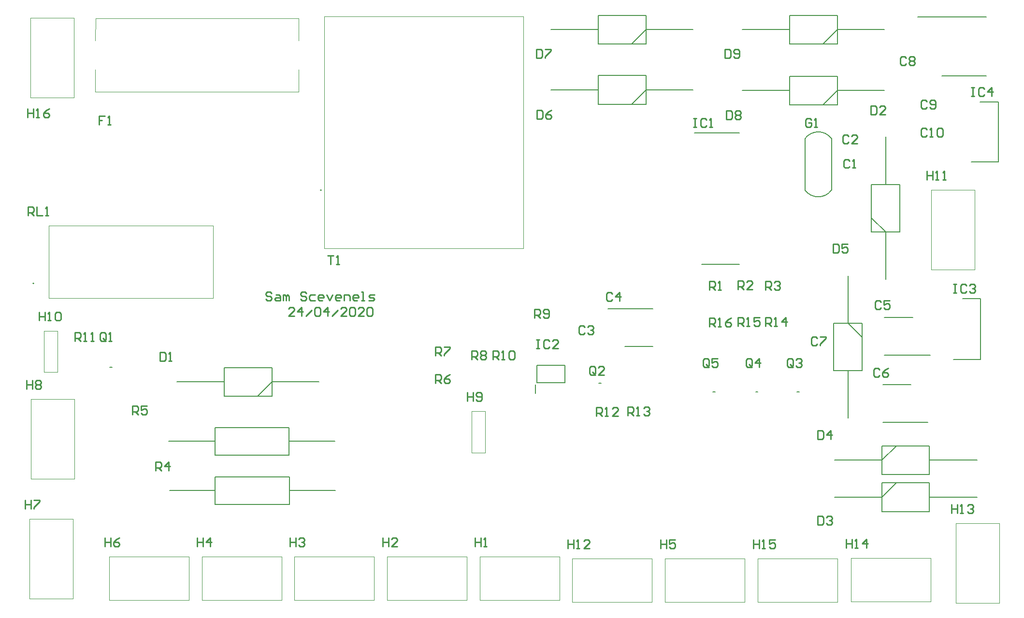
<source format=gto>
G04*
G04 #@! TF.GenerationSoftware,Altium Limited,Altium Designer,20.0.13 (296)*
G04*
G04 Layer_Color=65535*
%FSLAX23Y23*%
%MOIN*%
G70*
G01*
G75*
%ADD10C,0.008*%
%ADD11C,0.004*%
%ADD12C,0.006*%
%ADD13C,0.010*%
D10*
X2089Y2925D02*
G03*
X2089Y2933I0J4D01*
G01*
D02*
G03*
X2089Y2925I0J-4D01*
G01*
X5428Y2929D02*
G03*
X5612Y2929I92J67D01*
G01*
X5612Y3283D02*
G03*
X5428Y3283I-92J-66D01*
G01*
X101Y2285D02*
G03*
X109Y2285I4J0D01*
G01*
D02*
G03*
X101Y2285I-4J0D01*
G01*
X6374Y3717D02*
X6678D01*
X6207Y4123D02*
X6678D01*
X5323Y3516D02*
X5651D01*
X5323D02*
Y3714D01*
X5651D01*
Y3516D02*
Y3714D01*
X5552Y3516D02*
X5651Y3615D01*
X4995D02*
X5323D01*
X5655D02*
X5976D01*
X5324Y3936D02*
X5652D01*
X5324D02*
Y4134D01*
X5652D01*
Y3936D02*
Y4134D01*
X5553Y3936D02*
X5652Y4035D01*
X4996D02*
X5324D01*
X5656D02*
X5977D01*
X4003Y3936D02*
X4331D01*
X4003D02*
Y4134D01*
X4331D01*
Y3936D02*
Y4134D01*
X4232Y3936D02*
X4331Y4035D01*
X3675D02*
X4003D01*
X4335D02*
X4656D01*
X4004Y3521D02*
X4332D01*
X4004D02*
Y3719D01*
X4332D01*
Y3521D02*
Y3719D01*
X4233Y3521D02*
X4332Y3620D01*
X3676D02*
X4004D01*
X4336D02*
X4657D01*
X4666Y3323D02*
X4975D01*
X4715Y2417D02*
X4975D01*
X6576Y3123D02*
X6761D01*
Y3537D01*
X6635D02*
X6761D01*
X6454Y1760D02*
X6639D01*
Y2180D01*
X6515D02*
X6639D01*
X5612Y2929D02*
Y3283D01*
X5428Y2929D02*
Y3283D01*
X5977Y2050D02*
X6172D01*
X5977Y1790D02*
X6292D01*
X4069Y2110D02*
X4380D01*
X4185Y1850D02*
X4380D01*
X5965Y1325D02*
X6276D01*
X5965Y1585D02*
X6160D01*
X1045Y855D02*
X1360D01*
X1872D02*
X2190D01*
X1872Y761D02*
Y949D01*
X1360D02*
X1872D01*
X1360Y761D02*
Y949D01*
Y761D02*
X1872D01*
X1358Y1289D02*
X1870D01*
Y1101D02*
Y1289D01*
X1358Y1101D02*
X1870D01*
X1358D02*
Y1289D01*
X1040Y1195D02*
X1358D01*
X1870D02*
X2185D01*
X3579Y1600D02*
Y1720D01*
X3771D01*
Y1600D02*
Y1720D01*
X3579Y1600D02*
X3771D01*
X3570Y1525D02*
Y1585D01*
X1755Y1605D02*
X2076D01*
X1095D02*
X1423D01*
X1652Y1506D02*
X1751Y1605D01*
Y1506D02*
Y1704D01*
X1423D02*
X1751D01*
X1423Y1506D02*
Y1704D01*
Y1506D02*
X1751D01*
X5985Y2314D02*
Y2635D01*
Y2967D02*
Y3295D01*
X5886Y2738D02*
X5985Y2639D01*
X5886D02*
X6084D01*
Y2967D01*
X5886D02*
X6084D01*
X5886Y2639D02*
Y2967D01*
X5634Y810D02*
X5955D01*
X6287D02*
X6615D01*
X5959D02*
X6058Y909D01*
X5959Y711D02*
Y909D01*
Y711D02*
X6287D01*
Y909D01*
X5959D02*
X6287D01*
X5634Y1065D02*
X5955D01*
X6287D02*
X6615D01*
X5959D02*
X6058Y1164D01*
X5959Y966D02*
Y1164D01*
Y966D02*
X6287D01*
Y1164D01*
X5959D02*
X6287D01*
X5725Y2015D02*
Y2336D01*
Y1355D02*
Y1683D01*
Y2011D02*
X5824Y1912D01*
X5626Y2011D02*
X5824D01*
X5626Y1683D02*
Y2011D01*
Y1683D02*
X5824D01*
Y2011D01*
D11*
X2111Y2528D02*
Y4126D01*
X3485D01*
Y2528D02*
Y4126D01*
X2111Y2528D02*
X3485D01*
X1935Y3608D02*
X1936Y3760D01*
X534Y3608D02*
X1935D01*
X534D02*
Y3760D01*
X1935Y4112D02*
X1936Y3960D01*
X535Y4112D02*
X1935D01*
X534Y3960D02*
X535Y4112D01*
X85Y3565D02*
Y4115D01*
X385D01*
Y3565D02*
Y4115D01*
X85Y3565D02*
X385D01*
X3129Y1118D02*
Y1402D01*
X3221D01*
Y1118D02*
Y1402D01*
X3129Y1118D02*
X3221D01*
X179Y1673D02*
Y1957D01*
X271D01*
Y1673D02*
Y1957D01*
X179Y1673D02*
X271D01*
X3735Y100D02*
Y400D01*
X3185D02*
X3735D01*
X3185Y100D02*
Y400D01*
Y100D02*
X3735D01*
X3096D02*
Y400D01*
X2546D02*
X3096D01*
X2546Y100D02*
Y400D01*
Y100D02*
X3096D01*
X2457D02*
Y400D01*
X1907D02*
X2457D01*
X1907Y100D02*
Y400D01*
Y100D02*
X2457D01*
X1818D02*
Y400D01*
X1268D02*
X1818D01*
X1268Y100D02*
Y400D01*
Y100D02*
X1818D01*
X4463Y87D02*
Y387D01*
Y87D02*
X5013D01*
Y387D01*
X4463D02*
X5013D01*
X1179Y100D02*
Y400D01*
X629D02*
X1179D01*
X629Y100D02*
Y400D01*
Y100D02*
X1179D01*
X80Y110D02*
X380D01*
Y660D01*
X80D02*
X380D01*
X80Y110D02*
Y660D01*
X90Y1485D02*
X390D01*
X90Y935D02*
Y1485D01*
Y935D02*
X390D01*
Y1485D01*
X6300Y2380D02*
X6600D01*
Y2930D01*
X6300D02*
X6600D01*
X6300Y2380D02*
Y2930D01*
X4374Y87D02*
Y387D01*
X3824D02*
X4374D01*
X3824Y87D02*
Y387D01*
Y87D02*
X4374D01*
X6470Y630D02*
X6770D01*
X6470Y80D02*
Y630D01*
Y80D02*
X6770D01*
Y630D01*
X5745Y90D02*
Y390D01*
Y90D02*
X6295D01*
Y390D01*
X5745D02*
X6295D01*
X5102Y87D02*
Y387D01*
Y87D02*
X5652D01*
Y387D01*
X5102D02*
X5652D01*
X211Y2183D02*
Y2683D01*
Y2183D02*
X1345D01*
Y2683D01*
X211D02*
X1345D01*
D12*
X4007Y1597D02*
X4022D01*
X633Y1708D02*
X648D01*
X5373Y1538D02*
X5388D01*
X5088D02*
X5103D01*
X4793D02*
X4808D01*
D13*
X1905Y2060D02*
X1865D01*
X1905Y2100D01*
Y2110D01*
X1895Y2120D01*
X1875D01*
X1865Y2110D01*
X1955Y2060D02*
Y2120D01*
X1925Y2090D01*
X1965D01*
X1985Y2060D02*
X2025Y2100D01*
X2045Y2110D02*
X2055Y2120D01*
X2075D01*
X2085Y2110D01*
Y2070D01*
X2075Y2060D01*
X2055D01*
X2045Y2070D01*
Y2110D01*
X2135Y2060D02*
Y2120D01*
X2105Y2090D01*
X2145D01*
X2165Y2060D02*
X2205Y2100D01*
X2265Y2060D02*
X2225D01*
X2265Y2100D01*
Y2110D01*
X2255Y2120D01*
X2235D01*
X2225Y2110D01*
X2285D02*
X2295Y2120D01*
X2315D01*
X2325Y2110D01*
Y2070D01*
X2315Y2060D01*
X2295D01*
X2285Y2070D01*
Y2110D01*
X2385Y2060D02*
X2345D01*
X2385Y2100D01*
Y2110D01*
X2375Y2120D01*
X2355D01*
X2345Y2110D01*
X2405D02*
X2415Y2120D01*
X2435D01*
X2445Y2110D01*
Y2070D01*
X2435Y2060D01*
X2415D01*
X2405Y2070D01*
Y2110D01*
X1750Y2215D02*
X1740Y2225D01*
X1720D01*
X1710Y2215D01*
Y2205D01*
X1720Y2195D01*
X1740D01*
X1750Y2185D01*
Y2175D01*
X1740Y2165D01*
X1720D01*
X1710Y2175D01*
X1780Y2205D02*
X1800D01*
X1810Y2195D01*
Y2165D01*
X1780D01*
X1770Y2175D01*
X1780Y2185D01*
X1810D01*
X1830Y2165D02*
Y2205D01*
X1840D01*
X1850Y2195D01*
Y2165D01*
Y2195D01*
X1860Y2205D01*
X1870Y2195D01*
Y2165D01*
X1990Y2215D02*
X1980Y2225D01*
X1960D01*
X1950Y2215D01*
Y2205D01*
X1960Y2195D01*
X1980D01*
X1990Y2185D01*
Y2175D01*
X1980Y2165D01*
X1960D01*
X1950Y2175D01*
X2050Y2205D02*
X2020D01*
X2010Y2195D01*
Y2175D01*
X2020Y2165D01*
X2050D01*
X2100D02*
X2080D01*
X2070Y2175D01*
Y2195D01*
X2080Y2205D01*
X2100D01*
X2110Y2195D01*
Y2185D01*
X2070D01*
X2130Y2205D02*
X2150Y2165D01*
X2170Y2205D01*
X2220Y2165D02*
X2200D01*
X2190Y2175D01*
Y2195D01*
X2200Y2205D01*
X2220D01*
X2230Y2195D01*
Y2185D01*
X2190D01*
X2250Y2165D02*
Y2205D01*
X2280D01*
X2290Y2195D01*
Y2165D01*
X2340D02*
X2320D01*
X2310Y2175D01*
Y2195D01*
X2320Y2205D01*
X2340D01*
X2350Y2195D01*
Y2185D01*
X2310D01*
X2370Y2165D02*
X2390D01*
X2380D01*
Y2225D01*
X2370D01*
X2420Y2165D02*
X2450D01*
X2460Y2175D01*
X2450Y2185D01*
X2430D01*
X2420Y2195D01*
X2430Y2205D01*
X2460D01*
X2135Y2475D02*
X2175D01*
X2155D01*
Y2415D01*
X2195D02*
X2215D01*
X2205D01*
Y2475D01*
X2195Y2465D01*
X69Y2754D02*
Y2814D01*
X99D01*
X109Y2804D01*
Y2784D01*
X99Y2774D01*
X69D01*
X89D02*
X109Y2754D01*
X129Y2814D02*
Y2754D01*
X169D01*
X189D02*
X209D01*
X199D01*
Y2814D01*
X189Y2804D01*
X4770Y1988D02*
Y2048D01*
X4800D01*
X4810Y2038D01*
Y2018D01*
X4800Y2008D01*
X4770D01*
X4790D02*
X4810Y1988D01*
X4830D02*
X4850D01*
X4840D01*
Y2048D01*
X4830Y2038D01*
X4920Y2048D02*
X4900Y2038D01*
X4880Y2018D01*
Y1998D01*
X4890Y1988D01*
X4910D01*
X4920Y1998D01*
Y2008D01*
X4910Y2018D01*
X4880D01*
X4965Y1990D02*
Y2050D01*
X4995D01*
X5005Y2040D01*
Y2020D01*
X4995Y2010D01*
X4965D01*
X4985D02*
X5005Y1990D01*
X5025D02*
X5045D01*
X5035D01*
Y2050D01*
X5025Y2040D01*
X5115Y2050D02*
X5075D01*
Y2020D01*
X5095Y2030D01*
X5105D01*
X5115Y2020D01*
Y2000D01*
X5105Y1990D01*
X5085D01*
X5075Y2000D01*
X5155Y1991D02*
Y2051D01*
X5185D01*
X5195Y2041D01*
Y2021D01*
X5185Y2011D01*
X5155D01*
X5175D02*
X5195Y1991D01*
X5215D02*
X5235D01*
X5225D01*
Y2051D01*
X5215Y2041D01*
X5295Y1991D02*
Y2051D01*
X5265Y2021D01*
X5305D01*
X4205Y1373D02*
Y1433D01*
X4235D01*
X4245Y1423D01*
Y1403D01*
X4235Y1393D01*
X4205D01*
X4225D02*
X4245Y1373D01*
X4265D02*
X4285D01*
X4275D01*
Y1433D01*
X4265Y1423D01*
X4315D02*
X4325Y1433D01*
X4345D01*
X4355Y1423D01*
Y1413D01*
X4345Y1403D01*
X4335D01*
X4345D01*
X4355Y1393D01*
Y1383D01*
X4345Y1373D01*
X4325D01*
X4315Y1383D01*
X3990Y1371D02*
Y1431D01*
X4020D01*
X4030Y1421D01*
Y1401D01*
X4020Y1391D01*
X3990D01*
X4010D02*
X4030Y1371D01*
X4050D02*
X4070D01*
X4060D01*
Y1431D01*
X4050Y1421D01*
X4140Y1371D02*
X4100D01*
X4140Y1411D01*
Y1421D01*
X4130Y1431D01*
X4110D01*
X4100Y1421D01*
X392Y1885D02*
Y1945D01*
X422D01*
X432Y1935D01*
Y1915D01*
X422Y1905D01*
X392D01*
X412D02*
X432Y1885D01*
X452D02*
X472D01*
X462D01*
Y1945D01*
X452Y1935D01*
X502Y1885D02*
X522D01*
X512D01*
Y1945D01*
X502Y1935D01*
X3275Y1760D02*
Y1820D01*
X3305D01*
X3315Y1810D01*
Y1790D01*
X3305Y1780D01*
X3275D01*
X3295D02*
X3315Y1760D01*
X3335D02*
X3355D01*
X3345D01*
Y1820D01*
X3335Y1810D01*
X3385D02*
X3395Y1820D01*
X3415D01*
X3425Y1810D01*
Y1770D01*
X3415Y1760D01*
X3395D01*
X3385Y1770D01*
Y1810D01*
X3562Y2045D02*
Y2105D01*
X3592D01*
X3602Y2095D01*
Y2075D01*
X3592Y2065D01*
X3562D01*
X3582D02*
X3602Y2045D01*
X3622Y2055D02*
X3632Y2045D01*
X3652D01*
X3662Y2055D01*
Y2095D01*
X3652Y2105D01*
X3632D01*
X3622Y2095D01*
Y2085D01*
X3632Y2075D01*
X3662D01*
X3130Y1760D02*
Y1820D01*
X3160D01*
X3170Y1810D01*
Y1790D01*
X3160Y1780D01*
X3130D01*
X3150D02*
X3170Y1760D01*
X3190Y1810D02*
X3200Y1820D01*
X3220D01*
X3230Y1810D01*
Y1800D01*
X3220Y1790D01*
X3230Y1780D01*
Y1770D01*
X3220Y1760D01*
X3200D01*
X3190Y1770D01*
Y1780D01*
X3200Y1790D01*
X3190Y1800D01*
Y1810D01*
X3200Y1790D02*
X3220D01*
X2880Y1785D02*
Y1845D01*
X2910D01*
X2920Y1835D01*
Y1815D01*
X2910Y1805D01*
X2880D01*
X2900D02*
X2920Y1785D01*
X2940Y1845D02*
X2980D01*
Y1835D01*
X2940Y1795D01*
Y1785D01*
X2880Y1595D02*
Y1655D01*
X2910D01*
X2920Y1645D01*
Y1625D01*
X2910Y1615D01*
X2880D01*
X2900D02*
X2920Y1595D01*
X2980Y1655D02*
X2960Y1645D01*
X2940Y1625D01*
Y1605D01*
X2950Y1595D01*
X2970D01*
X2980Y1605D01*
Y1615D01*
X2970Y1625D01*
X2940D01*
X788Y1380D02*
Y1440D01*
X818D01*
X828Y1430D01*
Y1410D01*
X818Y1400D01*
X788D01*
X808D02*
X828Y1380D01*
X888Y1440D02*
X848D01*
Y1410D01*
X868Y1420D01*
X878D01*
X888Y1410D01*
Y1390D01*
X878Y1380D01*
X858D01*
X848Y1390D01*
X950Y994D02*
Y1054D01*
X980D01*
X990Y1044D01*
Y1024D01*
X980Y1014D01*
X950D01*
X970D02*
X990Y994D01*
X1040D02*
Y1054D01*
X1010Y1024D01*
X1050D01*
X5155Y2240D02*
Y2300D01*
X5185D01*
X5195Y2290D01*
Y2270D01*
X5185Y2260D01*
X5155D01*
X5175D02*
X5195Y2240D01*
X5215Y2290D02*
X5225Y2300D01*
X5245D01*
X5255Y2290D01*
Y2280D01*
X5245Y2270D01*
X5235D01*
X5245D01*
X5255Y2260D01*
Y2250D01*
X5245Y2240D01*
X5225D01*
X5215Y2250D01*
X4965Y2243D02*
Y2303D01*
X4995D01*
X5005Y2293D01*
Y2273D01*
X4995Y2263D01*
X4965D01*
X4985D02*
X5005Y2243D01*
X5065D02*
X5025D01*
X5065Y2283D01*
Y2293D01*
X5055Y2303D01*
X5035D01*
X5025Y2293D01*
X4770Y2240D02*
Y2300D01*
X4800D01*
X4810Y2290D01*
Y2270D01*
X4800Y2260D01*
X4770D01*
X4790D02*
X4810Y2240D01*
X4830D02*
X4850D01*
X4840D01*
Y2300D01*
X4830Y2290D01*
X4767Y1718D02*
Y1758D01*
X4757Y1768D01*
X4737D01*
X4727Y1758D01*
Y1718D01*
X4737Y1708D01*
X4757D01*
X4747Y1728D02*
X4767Y1708D01*
X4757D02*
X4767Y1718D01*
X4827Y1768D02*
X4787D01*
Y1738D01*
X4807Y1748D01*
X4817D01*
X4827Y1738D01*
Y1718D01*
X4817Y1708D01*
X4797D01*
X4787Y1718D01*
X5062D02*
Y1758D01*
X5052Y1768D01*
X5032D01*
X5022Y1758D01*
Y1718D01*
X5032Y1708D01*
X5052D01*
X5042Y1728D02*
X5062Y1708D01*
X5052D02*
X5062Y1718D01*
X5112Y1708D02*
Y1768D01*
X5082Y1738D01*
X5122D01*
X5347Y1718D02*
Y1758D01*
X5337Y1768D01*
X5317D01*
X5307Y1758D01*
Y1718D01*
X5317Y1708D01*
X5337D01*
X5327Y1728D02*
X5347Y1708D01*
X5337D02*
X5347Y1718D01*
X5367Y1758D02*
X5377Y1768D01*
X5397D01*
X5407Y1758D01*
Y1748D01*
X5397Y1738D01*
X5387D01*
X5397D01*
X5407Y1728D01*
Y1718D01*
X5397Y1708D01*
X5377D01*
X5367Y1718D01*
X3982Y1663D02*
Y1703D01*
X3972Y1713D01*
X3952D01*
X3942Y1703D01*
Y1663D01*
X3952Y1653D01*
X3972D01*
X3962Y1673D02*
X3982Y1653D01*
X3972D02*
X3982Y1663D01*
X4042Y1653D02*
X4002D01*
X4042Y1693D01*
Y1703D01*
X4032Y1713D01*
X4012D01*
X4002Y1703D01*
X605Y1895D02*
Y1935D01*
X595Y1945D01*
X575D01*
X565Y1935D01*
Y1895D01*
X575Y1885D01*
X595D01*
X585Y1905D02*
X605Y1885D01*
X595D02*
X605Y1895D01*
X625Y1885D02*
X645D01*
X635D01*
Y1945D01*
X625Y1935D01*
X6575Y3638D02*
X6595D01*
X6585D01*
Y3578D01*
X6575D01*
X6595D01*
X6665Y3628D02*
X6655Y3638D01*
X6635D01*
X6625Y3628D01*
Y3588D01*
X6635Y3578D01*
X6655D01*
X6665Y3588D01*
X6715Y3578D02*
Y3638D01*
X6685Y3608D01*
X6725D01*
X6453Y2281D02*
X6473D01*
X6463D01*
Y2221D01*
X6453D01*
X6473D01*
X6543Y2271D02*
X6533Y2281D01*
X6513D01*
X6503Y2271D01*
Y2231D01*
X6513Y2221D01*
X6533D01*
X6543Y2231D01*
X6563Y2271D02*
X6573Y2281D01*
X6593D01*
X6603Y2271D01*
Y2261D01*
X6593Y2251D01*
X6583D01*
X6593D01*
X6603Y2241D01*
Y2231D01*
X6593Y2221D01*
X6573D01*
X6563Y2231D01*
X3576Y1898D02*
X3596D01*
X3586D01*
Y1838D01*
X3576D01*
X3596D01*
X3666Y1888D02*
X3656Y1898D01*
X3636D01*
X3626Y1888D01*
Y1848D01*
X3636Y1838D01*
X3656D01*
X3666Y1848D01*
X3726Y1838D02*
X3686D01*
X3726Y1878D01*
Y1888D01*
X3716Y1898D01*
X3696D01*
X3686Y1888D01*
X4659Y3423D02*
X4678D01*
X4668D01*
Y3364D01*
X4659D01*
X4678D01*
X4748Y3413D02*
X4738Y3423D01*
X4718D01*
X4708Y3413D01*
Y3373D01*
X4718Y3364D01*
X4738D01*
X4748Y3373D01*
X4768Y3364D02*
X4788D01*
X4778D01*
Y3423D01*
X4768Y3413D01*
X65Y3490D02*
Y3430D01*
Y3460D01*
X105D01*
Y3490D01*
Y3430D01*
X125D02*
X145D01*
X135D01*
Y3490D01*
X125Y3480D01*
X215Y3490D02*
X195Y3480D01*
X175Y3460D01*
Y3440D01*
X185Y3430D01*
X205D01*
X215Y3440D01*
Y3450D01*
X205Y3460D01*
X175D01*
X5071Y518D02*
Y458D01*
Y488D01*
X5111D01*
Y518D01*
Y458D01*
X5131D02*
X5151D01*
X5141D01*
Y518D01*
X5131Y508D01*
X5221Y518D02*
X5181D01*
Y488D01*
X5201Y498D01*
X5211D01*
X5221Y488D01*
Y468D01*
X5211Y458D01*
X5191D01*
X5181Y468D01*
X5714Y521D02*
Y461D01*
Y491D01*
X5754D01*
Y521D01*
Y461D01*
X5774D02*
X5794D01*
X5784D01*
Y521D01*
X5774Y511D01*
X5854Y461D02*
Y521D01*
X5824Y491D01*
X5864D01*
X6439Y761D02*
Y701D01*
Y731D01*
X6479D01*
Y761D01*
Y701D01*
X6499D02*
X6519D01*
X6509D01*
Y761D01*
X6499Y751D01*
X6549D02*
X6559Y761D01*
X6579D01*
X6589Y751D01*
Y741D01*
X6579Y731D01*
X6569D01*
X6579D01*
X6589Y721D01*
Y711D01*
X6579Y701D01*
X6559D01*
X6549Y711D01*
X3793Y518D02*
Y458D01*
Y488D01*
X3833D01*
Y518D01*
Y458D01*
X3853D02*
X3873D01*
X3863D01*
Y518D01*
X3853Y508D01*
X3943Y458D02*
X3903D01*
X3943Y498D01*
Y508D01*
X3933Y518D01*
X3913D01*
X3903Y508D01*
X6268Y3061D02*
Y3001D01*
Y3031D01*
X6308D01*
Y3061D01*
Y3001D01*
X6328D02*
X6348D01*
X6338D01*
Y3061D01*
X6328Y3051D01*
X6378Y3001D02*
X6398D01*
X6388D01*
Y3061D01*
X6378Y3051D01*
X147Y2088D02*
Y2029D01*
Y2058D01*
X187D01*
Y2088D01*
Y2029D01*
X207D02*
X227D01*
X217D01*
Y2088D01*
X207Y2078D01*
X257D02*
X267Y2088D01*
X287D01*
X297Y2078D01*
Y2038D01*
X287Y2029D01*
X267D01*
X257Y2038D01*
Y2078D01*
X3098Y1533D02*
Y1473D01*
Y1503D01*
X3138D01*
Y1533D01*
Y1473D01*
X3158Y1483D02*
X3168Y1473D01*
X3188D01*
X3198Y1483D01*
Y1523D01*
X3188Y1533D01*
X3168D01*
X3158Y1523D01*
Y1513D01*
X3168Y1503D01*
X3198D01*
X59Y1616D02*
Y1556D01*
Y1586D01*
X99D01*
Y1616D01*
Y1556D01*
X119Y1606D02*
X129Y1616D01*
X149D01*
X159Y1606D01*
Y1596D01*
X149Y1586D01*
X159Y1576D01*
Y1566D01*
X149Y1556D01*
X129D01*
X119Y1566D01*
Y1576D01*
X129Y1586D01*
X119Y1596D01*
Y1606D01*
X129Y1586D02*
X149D01*
X49Y791D02*
Y731D01*
Y761D01*
X89D01*
Y791D01*
Y731D01*
X109Y791D02*
X149D01*
Y781D01*
X109Y741D01*
Y731D01*
X598Y531D02*
Y471D01*
Y501D01*
X638D01*
Y531D01*
Y471D01*
X698Y531D02*
X678Y521D01*
X658Y501D01*
Y481D01*
X668Y471D01*
X688D01*
X698Y481D01*
Y491D01*
X688Y501D01*
X658D01*
X4432Y518D02*
Y458D01*
Y488D01*
X4472D01*
Y518D01*
Y458D01*
X4532Y518D02*
X4492D01*
Y488D01*
X4512Y498D01*
X4522D01*
X4532Y488D01*
Y468D01*
X4522Y458D01*
X4502D01*
X4492Y468D01*
X1237Y531D02*
Y471D01*
Y501D01*
X1277D01*
Y531D01*
Y471D01*
X1327D02*
Y531D01*
X1297Y501D01*
X1337D01*
X1876Y531D02*
Y471D01*
Y501D01*
X1916D01*
Y531D01*
Y471D01*
X1936Y521D02*
X1946Y531D01*
X1966D01*
X1976Y521D01*
Y511D01*
X1966Y501D01*
X1956D01*
X1966D01*
X1976Y491D01*
Y481D01*
X1966Y471D01*
X1946D01*
X1936Y481D01*
X2515Y531D02*
Y471D01*
Y501D01*
X2555D01*
Y531D01*
Y471D01*
X2615D02*
X2575D01*
X2615Y511D01*
Y521D01*
X2605Y531D01*
X2585D01*
X2575Y521D01*
X3154Y531D02*
Y471D01*
Y501D01*
X3194D01*
Y531D01*
Y471D01*
X3214D02*
X3234D01*
X3224D01*
Y531D01*
X3214Y521D01*
X5474Y3414D02*
X5464Y3424D01*
X5444D01*
X5434Y3414D01*
Y3374D01*
X5444Y3364D01*
X5464D01*
X5474Y3374D01*
Y3394D01*
X5454D01*
X5494Y3364D02*
X5514D01*
X5504D01*
Y3424D01*
X5494Y3414D01*
X600Y3440D02*
X560D01*
Y3410D01*
X580D01*
X560D01*
Y3380D01*
X620D02*
X640D01*
X630D01*
Y3440D01*
X620Y3430D01*
X4875Y3900D02*
Y3840D01*
X4905D01*
X4915Y3850D01*
Y3890D01*
X4905Y3900D01*
X4875D01*
X4935Y3850D02*
X4945Y3840D01*
X4965D01*
X4975Y3850D01*
Y3890D01*
X4965Y3900D01*
X4945D01*
X4935Y3890D01*
Y3880D01*
X4945Y3870D01*
X4975D01*
X4885Y3475D02*
Y3415D01*
X4915D01*
X4925Y3425D01*
Y3465D01*
X4915Y3475D01*
X4885D01*
X4945Y3465D02*
X4955Y3475D01*
X4975D01*
X4985Y3465D01*
Y3455D01*
X4975Y3445D01*
X4985Y3435D01*
Y3425D01*
X4975Y3415D01*
X4955D01*
X4945Y3425D01*
Y3435D01*
X4955Y3445D01*
X4945Y3455D01*
Y3465D01*
X4955Y3445D02*
X4975D01*
X3575Y3900D02*
Y3840D01*
X3605D01*
X3615Y3850D01*
Y3890D01*
X3605Y3900D01*
X3575D01*
X3635D02*
X3675D01*
Y3890D01*
X3635Y3850D01*
Y3840D01*
X3580Y3480D02*
Y3420D01*
X3610D01*
X3620Y3430D01*
Y3470D01*
X3610Y3480D01*
X3580D01*
X3680D02*
X3660Y3470D01*
X3640Y3450D01*
Y3430D01*
X3650Y3420D01*
X3670D01*
X3680Y3430D01*
Y3440D01*
X3670Y3450D01*
X3640D01*
X5621Y2555D02*
Y2495D01*
X5651D01*
X5661Y2505D01*
Y2545D01*
X5651Y2555D01*
X5621D01*
X5721D02*
X5681D01*
Y2525D01*
X5701Y2535D01*
X5711D01*
X5721Y2525D01*
Y2505D01*
X5711Y2495D01*
X5691D01*
X5681Y2505D01*
X5515Y1269D02*
Y1209D01*
X5545D01*
X5555Y1219D01*
Y1259D01*
X5545Y1269D01*
X5515D01*
X5605Y1209D02*
Y1269D01*
X5575Y1239D01*
X5615D01*
X5515Y680D02*
Y620D01*
X5545D01*
X5555Y630D01*
Y670D01*
X5545Y680D01*
X5515D01*
X5575Y670D02*
X5585Y680D01*
X5605D01*
X5615Y670D01*
Y660D01*
X5605Y650D01*
X5595D01*
X5605D01*
X5615Y640D01*
Y630D01*
X5605Y620D01*
X5585D01*
X5575Y630D01*
X5881Y3511D02*
Y3451D01*
X5911D01*
X5921Y3461D01*
Y3501D01*
X5911Y3511D01*
X5881D01*
X5981Y3451D02*
X5941D01*
X5981Y3491D01*
Y3501D01*
X5971Y3511D01*
X5951D01*
X5941Y3501D01*
X979Y1809D02*
Y1749D01*
X1009D01*
X1019Y1759D01*
Y1799D01*
X1009Y1809D01*
X979D01*
X1039Y1749D02*
X1059D01*
X1049D01*
Y1809D01*
X1039Y1799D01*
X6270Y3346D02*
X6260Y3356D01*
X6240D01*
X6230Y3346D01*
Y3306D01*
X6240Y3296D01*
X6260D01*
X6270Y3306D01*
X6290Y3296D02*
X6310D01*
X6300D01*
Y3356D01*
X6290Y3346D01*
X6340D02*
X6350Y3356D01*
X6370D01*
X6380Y3346D01*
Y3306D01*
X6370Y3296D01*
X6350D01*
X6340Y3306D01*
Y3346D01*
X6268Y3541D02*
X6258Y3551D01*
X6238D01*
X6228Y3541D01*
Y3501D01*
X6238Y3491D01*
X6258D01*
X6268Y3501D01*
X6288D02*
X6298Y3491D01*
X6318D01*
X6328Y3501D01*
Y3541D01*
X6318Y3551D01*
X6298D01*
X6288Y3541D01*
Y3531D01*
X6298Y3521D01*
X6328D01*
X6125Y3840D02*
X6115Y3850D01*
X6095D01*
X6085Y3840D01*
Y3800D01*
X6095Y3790D01*
X6115D01*
X6125Y3800D01*
X6145Y3840D02*
X6155Y3850D01*
X6175D01*
X6185Y3840D01*
Y3830D01*
X6175Y3820D01*
X6185Y3810D01*
Y3800D01*
X6175Y3790D01*
X6155D01*
X6145Y3800D01*
Y3810D01*
X6155Y3820D01*
X6145Y3830D01*
Y3840D01*
X6155Y3820D02*
X6175D01*
X5514Y1906D02*
X5504Y1916D01*
X5484D01*
X5474Y1906D01*
Y1866D01*
X5484Y1856D01*
X5504D01*
X5514Y1866D01*
X5534Y1916D02*
X5574D01*
Y1906D01*
X5534Y1866D01*
Y1856D01*
X5944Y1690D02*
X5934Y1700D01*
X5914D01*
X5904Y1690D01*
Y1650D01*
X5914Y1640D01*
X5934D01*
X5944Y1650D01*
X6004Y1700D02*
X5984Y1690D01*
X5964Y1670D01*
Y1650D01*
X5974Y1640D01*
X5994D01*
X6004Y1650D01*
Y1660D01*
X5994Y1670D01*
X5964D01*
X5951Y2155D02*
X5941Y2165D01*
X5921D01*
X5911Y2155D01*
Y2115D01*
X5921Y2105D01*
X5941D01*
X5951Y2115D01*
X6011Y2165D02*
X5971D01*
Y2135D01*
X5991Y2145D01*
X6001D01*
X6011Y2135D01*
Y2115D01*
X6001Y2105D01*
X5981D01*
X5971Y2115D01*
X4098Y2214D02*
X4088Y2224D01*
X4068D01*
X4058Y2214D01*
Y2174D01*
X4068Y2164D01*
X4088D01*
X4098Y2174D01*
X4148Y2164D02*
Y2224D01*
X4118Y2194D01*
X4158D01*
X3909Y1982D02*
X3899Y1992D01*
X3879D01*
X3869Y1982D01*
Y1942D01*
X3879Y1932D01*
X3899D01*
X3909Y1942D01*
X3929Y1982D02*
X3939Y1992D01*
X3959D01*
X3969Y1982D01*
Y1972D01*
X3959Y1962D01*
X3949D01*
X3959D01*
X3969Y1952D01*
Y1942D01*
X3959Y1932D01*
X3939D01*
X3929Y1942D01*
X5730Y3300D02*
X5720Y3310D01*
X5700D01*
X5690Y3300D01*
Y3260D01*
X5700Y3250D01*
X5720D01*
X5730Y3260D01*
X5790Y3250D02*
X5750D01*
X5790Y3290D01*
Y3300D01*
X5780Y3310D01*
X5760D01*
X5750Y3300D01*
X5735Y3131D02*
X5725Y3141D01*
X5705D01*
X5695Y3131D01*
Y3091D01*
X5705Y3082D01*
X5725D01*
X5735Y3091D01*
X5755Y3082D02*
X5775D01*
X5765D01*
Y3141D01*
X5755Y3131D01*
M02*

</source>
